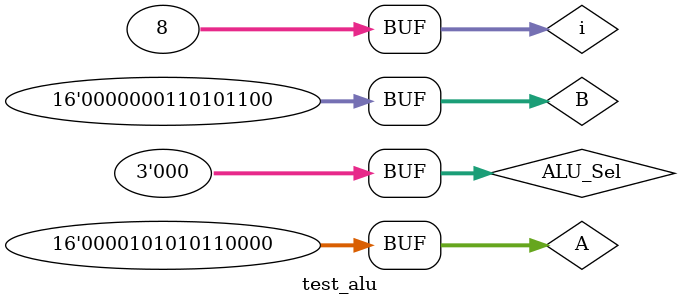
<source format=sv>
`timescale 1ns / 1ps

module test_alu;

    //inputs
    reg[15:0] A,B;
    reg[2:0] ALU_Sel;

    //outputs
    wire [15:0] ALU_Out;

    integer i;
    alu test(   A,B,
                ALU_Sel,
                ALU_Out);

    initial begin
        $dumpfile("dumpfile.vcd");
        $dumpvars;

        A = 16'h0AB0;
        B = 16'h01AC;
        ALU_Sel = 3'h0;

        for (i = 0; i < 8; i=i+1) 
        begin
            ALU_Sel = ALU_Sel +  3'h1;
            #10;
        end
    end
endmodule
</source>
